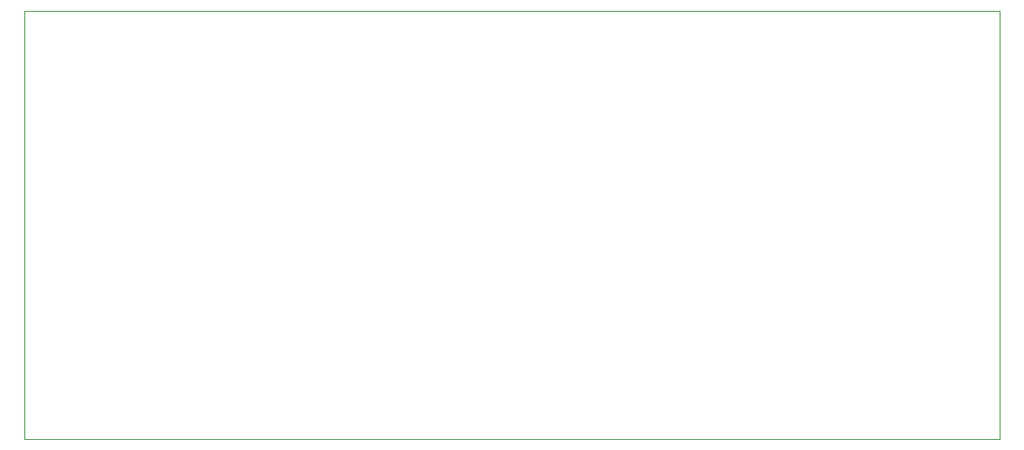
<source format=gbr>
%TF.GenerationSoftware,KiCad,Pcbnew,8.0.5*%
%TF.CreationDate,2024-11-23T18:11:23-05:00*%
%TF.ProjectId,kb-flat-jumper,6b622d66-6c61-4742-9d6a-756d7065722e,rev?*%
%TF.SameCoordinates,Original*%
%TF.FileFunction,Profile,NP*%
%FSLAX46Y46*%
G04 Gerber Fmt 4.6, Leading zero omitted, Abs format (unit mm)*
G04 Created by KiCad (PCBNEW 8.0.5) date 2024-11-23 18:11:23*
%MOMM*%
%LPD*%
G01*
G04 APERTURE LIST*
%TA.AperFunction,Profile*%
%ADD10C,0.050000*%
%TD*%
G04 APERTURE END LIST*
D10*
X101600000Y-50038000D02*
X199898000Y-50038000D01*
X199898000Y-93218000D01*
X101600000Y-93218000D01*
X101600000Y-50038000D01*
M02*

</source>
